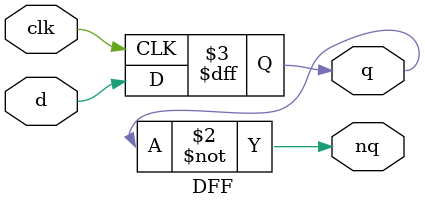
<source format=v>
`timescale 1ns / 1ps


module DFF(input clk,input d,output reg q,output nq);
always @ (posedge clk)
q <= d;
assign nq = ~q;
endmodule
</source>
